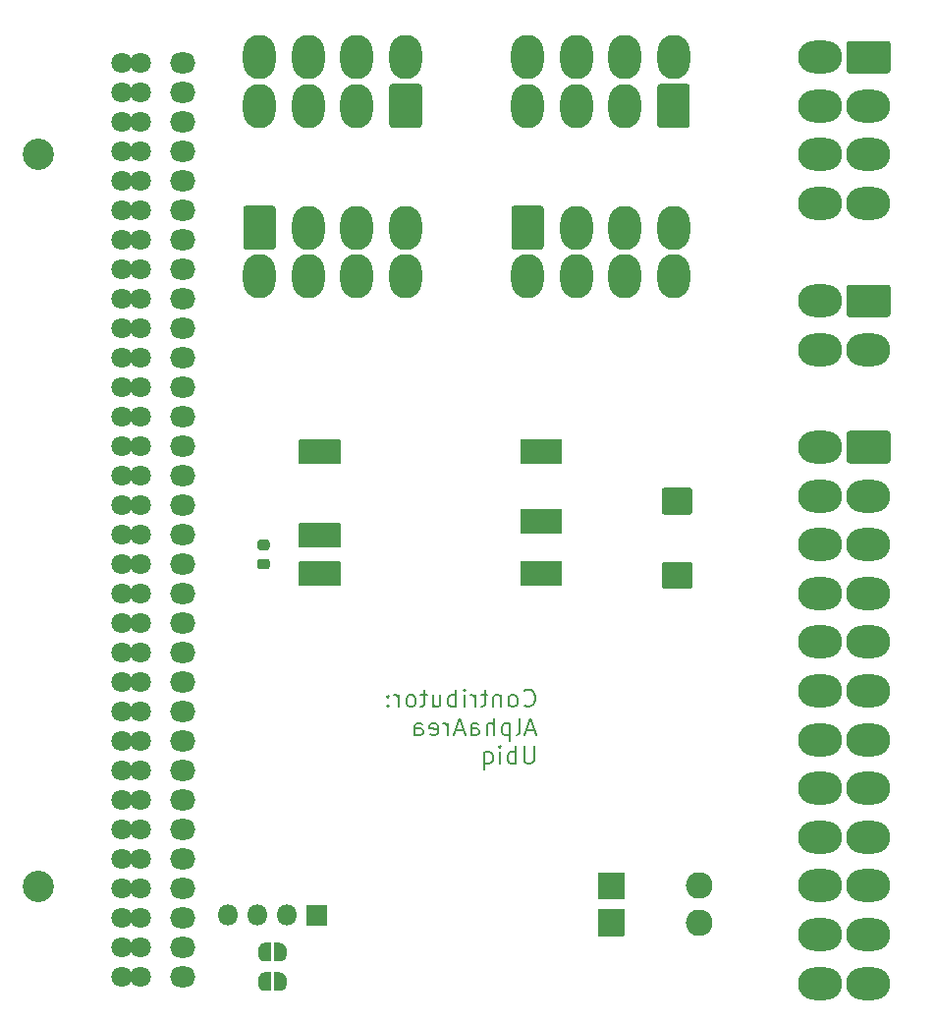
<source format=gbs>
%TF.GenerationSoftware,KiCad,Pcbnew,(5.1.9)-1*%
%TF.CreationDate,2021-05-19T11:39:12+08:00*%
%TF.ProjectId,KCORES CSPS to ATX Converter,4b434f52-4553-4204-9353-505320746f20,1.0*%
%TF.SameCoordinates,Original*%
%TF.FileFunction,Soldermask,Bot*%
%TF.FilePolarity,Negative*%
%FSLAX46Y46*%
G04 Gerber Fmt 4.6, Leading zero omitted, Abs format (unit mm)*
G04 Created by KiCad (PCBNEW (5.1.9)-1) date 2021-05-19 11:39:12*
%MOMM*%
%LPD*%
G01*
G04 APERTURE LIST*
%ADD10C,0.200000*%
%ADD11O,1.800000X1.800000*%
%ADD12O,2.180000X1.800000*%
%ADD13C,1.800000*%
%ADD14C,2.700000*%
%ADD15O,3.800000X2.800000*%
%ADD16O,2.800000X3.800000*%
%ADD17C,0.100000*%
%ADD18O,2.300000X2.300000*%
G04 APERTURE END LIST*
D10*
X142505714Y-135635714D02*
X142577142Y-135707142D01*
X142791428Y-135778571D01*
X142934285Y-135778571D01*
X143148571Y-135707142D01*
X143291428Y-135564285D01*
X143362857Y-135421428D01*
X143434285Y-135135714D01*
X143434285Y-134921428D01*
X143362857Y-134635714D01*
X143291428Y-134492857D01*
X143148571Y-134350000D01*
X142934285Y-134278571D01*
X142791428Y-134278571D01*
X142577142Y-134350000D01*
X142505714Y-134421428D01*
X141648571Y-135778571D02*
X141791428Y-135707142D01*
X141862857Y-135635714D01*
X141934285Y-135492857D01*
X141934285Y-135064285D01*
X141862857Y-134921428D01*
X141791428Y-134850000D01*
X141648571Y-134778571D01*
X141434285Y-134778571D01*
X141291428Y-134850000D01*
X141220000Y-134921428D01*
X141148571Y-135064285D01*
X141148571Y-135492857D01*
X141220000Y-135635714D01*
X141291428Y-135707142D01*
X141434285Y-135778571D01*
X141648571Y-135778571D01*
X140505714Y-134778571D02*
X140505714Y-135778571D01*
X140505714Y-134921428D02*
X140434285Y-134850000D01*
X140291428Y-134778571D01*
X140077142Y-134778571D01*
X139934285Y-134850000D01*
X139862857Y-134992857D01*
X139862857Y-135778571D01*
X139362857Y-134778571D02*
X138791428Y-134778571D01*
X139148571Y-134278571D02*
X139148571Y-135564285D01*
X139077142Y-135707142D01*
X138934285Y-135778571D01*
X138791428Y-135778571D01*
X138291428Y-135778571D02*
X138291428Y-134778571D01*
X138291428Y-135064285D02*
X138220000Y-134921428D01*
X138148571Y-134850000D01*
X138005714Y-134778571D01*
X137862857Y-134778571D01*
X137362857Y-135778571D02*
X137362857Y-134778571D01*
X137362857Y-134278571D02*
X137434285Y-134350000D01*
X137362857Y-134421428D01*
X137291428Y-134350000D01*
X137362857Y-134278571D01*
X137362857Y-134421428D01*
X136648571Y-135778571D02*
X136648571Y-134278571D01*
X136648571Y-134850000D02*
X136505714Y-134778571D01*
X136220000Y-134778571D01*
X136077142Y-134850000D01*
X136005714Y-134921428D01*
X135934285Y-135064285D01*
X135934285Y-135492857D01*
X136005714Y-135635714D01*
X136077142Y-135707142D01*
X136220000Y-135778571D01*
X136505714Y-135778571D01*
X136648571Y-135707142D01*
X134648571Y-134778571D02*
X134648571Y-135778571D01*
X135291428Y-134778571D02*
X135291428Y-135564285D01*
X135220000Y-135707142D01*
X135077142Y-135778571D01*
X134862857Y-135778571D01*
X134720000Y-135707142D01*
X134648571Y-135635714D01*
X134148571Y-134778571D02*
X133577142Y-134778571D01*
X133934285Y-134278571D02*
X133934285Y-135564285D01*
X133862857Y-135707142D01*
X133720000Y-135778571D01*
X133577142Y-135778571D01*
X132862857Y-135778571D02*
X133005714Y-135707142D01*
X133077142Y-135635714D01*
X133148571Y-135492857D01*
X133148571Y-135064285D01*
X133077142Y-134921428D01*
X133005714Y-134850000D01*
X132862857Y-134778571D01*
X132648571Y-134778571D01*
X132505714Y-134850000D01*
X132434285Y-134921428D01*
X132362857Y-135064285D01*
X132362857Y-135492857D01*
X132434285Y-135635714D01*
X132505714Y-135707142D01*
X132648571Y-135778571D01*
X132862857Y-135778571D01*
X131720000Y-135778571D02*
X131720000Y-134778571D01*
X131720000Y-135064285D02*
X131648571Y-134921428D01*
X131577142Y-134850000D01*
X131434285Y-134778571D01*
X131291428Y-134778571D01*
X130791428Y-135635714D02*
X130720000Y-135707142D01*
X130791428Y-135778571D01*
X130862857Y-135707142D01*
X130791428Y-135635714D01*
X130791428Y-135778571D01*
X130791428Y-134850000D02*
X130720000Y-134921428D01*
X130791428Y-134992857D01*
X130862857Y-134921428D01*
X130791428Y-134850000D01*
X130791428Y-134992857D01*
X143434285Y-137800000D02*
X142720000Y-137800000D01*
X143577142Y-138228571D02*
X143077142Y-136728571D01*
X142577142Y-138228571D01*
X141862857Y-138228571D02*
X142005714Y-138157142D01*
X142077142Y-138014285D01*
X142077142Y-136728571D01*
X141291428Y-137228571D02*
X141291428Y-138728571D01*
X141291428Y-137300000D02*
X141148571Y-137228571D01*
X140862857Y-137228571D01*
X140720000Y-137300000D01*
X140648571Y-137371428D01*
X140577142Y-137514285D01*
X140577142Y-137942857D01*
X140648571Y-138085714D01*
X140720000Y-138157142D01*
X140862857Y-138228571D01*
X141148571Y-138228571D01*
X141291428Y-138157142D01*
X139934285Y-138228571D02*
X139934285Y-136728571D01*
X139291428Y-138228571D02*
X139291428Y-137442857D01*
X139362857Y-137300000D01*
X139505714Y-137228571D01*
X139720000Y-137228571D01*
X139862857Y-137300000D01*
X139934285Y-137371428D01*
X137934285Y-138228571D02*
X137934285Y-137442857D01*
X138005714Y-137300000D01*
X138148571Y-137228571D01*
X138434285Y-137228571D01*
X138577142Y-137300000D01*
X137934285Y-138157142D02*
X138077142Y-138228571D01*
X138434285Y-138228571D01*
X138577142Y-138157142D01*
X138648571Y-138014285D01*
X138648571Y-137871428D01*
X138577142Y-137728571D01*
X138434285Y-137657142D01*
X138077142Y-137657142D01*
X137934285Y-137585714D01*
X137291428Y-137800000D02*
X136577142Y-137800000D01*
X137434285Y-138228571D02*
X136934285Y-136728571D01*
X136434285Y-138228571D01*
X135934285Y-138228571D02*
X135934285Y-137228571D01*
X135934285Y-137514285D02*
X135862857Y-137371428D01*
X135791428Y-137300000D01*
X135648571Y-137228571D01*
X135505714Y-137228571D01*
X134434285Y-138157142D02*
X134577142Y-138228571D01*
X134862857Y-138228571D01*
X135005714Y-138157142D01*
X135077142Y-138014285D01*
X135077142Y-137442857D01*
X135005714Y-137300000D01*
X134862857Y-137228571D01*
X134577142Y-137228571D01*
X134434285Y-137300000D01*
X134362857Y-137442857D01*
X134362857Y-137585714D01*
X135077142Y-137728571D01*
X133077142Y-138228571D02*
X133077142Y-137442857D01*
X133148571Y-137300000D01*
X133291428Y-137228571D01*
X133577142Y-137228571D01*
X133720000Y-137300000D01*
X133077142Y-138157142D02*
X133220000Y-138228571D01*
X133577142Y-138228571D01*
X133720000Y-138157142D01*
X133791428Y-138014285D01*
X133791428Y-137871428D01*
X133720000Y-137728571D01*
X133577142Y-137657142D01*
X133220000Y-137657142D01*
X133077142Y-137585714D01*
X143362857Y-139178571D02*
X143362857Y-140392857D01*
X143291428Y-140535714D01*
X143220000Y-140607142D01*
X143077142Y-140678571D01*
X142791428Y-140678571D01*
X142648571Y-140607142D01*
X142577142Y-140535714D01*
X142505714Y-140392857D01*
X142505714Y-139178571D01*
X141791428Y-140678571D02*
X141791428Y-139178571D01*
X141791428Y-139750000D02*
X141648571Y-139678571D01*
X141362857Y-139678571D01*
X141220000Y-139750000D01*
X141148571Y-139821428D01*
X141077142Y-139964285D01*
X141077142Y-140392857D01*
X141148571Y-140535714D01*
X141220000Y-140607142D01*
X141362857Y-140678571D01*
X141648571Y-140678571D01*
X141791428Y-140607142D01*
X140434285Y-140678571D02*
X140434285Y-139678571D01*
X140434285Y-139178571D02*
X140505714Y-139250000D01*
X140434285Y-139321428D01*
X140362857Y-139250000D01*
X140434285Y-139178571D01*
X140434285Y-139321428D01*
X139077142Y-139678571D02*
X139077142Y-141178571D01*
X139077142Y-140607142D02*
X139220000Y-140678571D01*
X139505714Y-140678571D01*
X139648571Y-140607142D01*
X139720000Y-140535714D01*
X139791428Y-140392857D01*
X139791428Y-139964285D01*
X139720000Y-139821428D01*
X139648571Y-139750000D01*
X139505714Y-139678571D01*
X139220000Y-139678571D01*
X139077142Y-139750000D01*
%TO.C,U2*%
G36*
G01*
X126630000Y-114850000D02*
X123130000Y-114850000D01*
G75*
G02*
X123080000Y-114800000I0J50000D01*
G01*
X123080000Y-112800000D01*
G75*
G02*
X123130000Y-112750000I50000J0D01*
G01*
X126630000Y-112750000D01*
G75*
G02*
X126680000Y-112800000I0J-50000D01*
G01*
X126680000Y-114800000D01*
G75*
G02*
X126630000Y-114850000I-50000J0D01*
G01*
G37*
G36*
G01*
X126630000Y-122050000D02*
X123130000Y-122050000D01*
G75*
G02*
X123080000Y-122000000I0J50000D01*
G01*
X123080000Y-120000000D01*
G75*
G02*
X123130000Y-119950000I50000J0D01*
G01*
X126630000Y-119950000D01*
G75*
G02*
X126680000Y-120000000I0J-50000D01*
G01*
X126680000Y-122000000D01*
G75*
G02*
X126630000Y-122050000I-50000J0D01*
G01*
G37*
G36*
G01*
X126630000Y-125350000D02*
X123130000Y-125350000D01*
G75*
G02*
X123080000Y-125300000I0J50000D01*
G01*
X123080000Y-123300000D01*
G75*
G02*
X123130000Y-123250000I50000J0D01*
G01*
X126630000Y-123250000D01*
G75*
G02*
X126680000Y-123300000I0J-50000D01*
G01*
X126680000Y-125300000D01*
G75*
G02*
X126630000Y-125350000I-50000J0D01*
G01*
G37*
G36*
G01*
X145720000Y-125330000D02*
X142220000Y-125330000D01*
G75*
G02*
X142170000Y-125280000I0J50000D01*
G01*
X142170000Y-123280000D01*
G75*
G02*
X142220000Y-123230000I50000J0D01*
G01*
X145720000Y-123230000D01*
G75*
G02*
X145770000Y-123280000I0J-50000D01*
G01*
X145770000Y-125280000D01*
G75*
G02*
X145720000Y-125330000I-50000J0D01*
G01*
G37*
G36*
G01*
X145720000Y-120830000D02*
X142220000Y-120830000D01*
G75*
G02*
X142170000Y-120780000I0J50000D01*
G01*
X142170000Y-118780000D01*
G75*
G02*
X142220000Y-118730000I50000J0D01*
G01*
X145720000Y-118730000D01*
G75*
G02*
X145770000Y-118780000I0J-50000D01*
G01*
X145770000Y-120780000D01*
G75*
G02*
X145720000Y-120830000I-50000J0D01*
G01*
G37*
G36*
G01*
X145720000Y-114830000D02*
X142220000Y-114830000D01*
G75*
G02*
X142170000Y-114780000I0J50000D01*
G01*
X142170000Y-112780000D01*
G75*
G02*
X142220000Y-112730000I50000J0D01*
G01*
X145720000Y-112730000D01*
G75*
G02*
X145770000Y-112780000I0J-50000D01*
G01*
X145770000Y-114780000D01*
G75*
G02*
X145720000Y-114830000I-50000J0D01*
G01*
G37*
%TD*%
%TO.C,R6*%
G36*
G01*
X120350000Y-122275000D02*
X119750000Y-122275000D01*
G75*
G02*
X119525000Y-122050000I0J225000D01*
G01*
X119525000Y-121600000D01*
G75*
G02*
X119750000Y-121375000I225000J0D01*
G01*
X120350000Y-121375000D01*
G75*
G02*
X120575000Y-121600000I0J-225000D01*
G01*
X120575000Y-122050000D01*
G75*
G02*
X120350000Y-122275000I-225000J0D01*
G01*
G37*
G36*
G01*
X120350000Y-123925000D02*
X119750000Y-123925000D01*
G75*
G02*
X119525000Y-123700000I0J225000D01*
G01*
X119525000Y-123250000D01*
G75*
G02*
X119750000Y-123025000I225000J0D01*
G01*
X120350000Y-123025000D01*
G75*
G02*
X120575000Y-123250000I0J-225000D01*
G01*
X120575000Y-123700000D01*
G75*
G02*
X120350000Y-123925000I-225000J0D01*
G01*
G37*
%TD*%
%TO.C,C2*%
G36*
G01*
X156763890Y-119225000D02*
X154636110Y-119225000D01*
G75*
G02*
X154375000Y-118963890I0J261110D01*
G01*
X154375000Y-117136110D01*
G75*
G02*
X154636110Y-116875000I261110J0D01*
G01*
X156763890Y-116875000D01*
G75*
G02*
X157025000Y-117136110I0J-261110D01*
G01*
X157025000Y-118963890D01*
G75*
G02*
X156763890Y-119225000I-261110J0D01*
G01*
G37*
G36*
G01*
X156763890Y-125625000D02*
X154636110Y-125625000D01*
G75*
G02*
X154375000Y-125363890I0J261110D01*
G01*
X154375000Y-123536110D01*
G75*
G02*
X154636110Y-123275000I261110J0D01*
G01*
X156763890Y-123275000D01*
G75*
G02*
X157025000Y-123536110I0J-261110D01*
G01*
X157025000Y-125363890D01*
G75*
G02*
X156763890Y-125625000I-261110J0D01*
G01*
G37*
%TD*%
D11*
%TO.C,J2*%
X117010000Y-153740000D03*
X119550000Y-153740000D03*
X122090000Y-153740000D03*
G36*
G01*
X123780000Y-152840000D02*
X125480000Y-152840000D01*
G75*
G02*
X125530000Y-152890000I0J-50000D01*
G01*
X125530000Y-154590000D01*
G75*
G02*
X125480000Y-154640000I-50000J0D01*
G01*
X123780000Y-154640000D01*
G75*
G02*
X123730000Y-154590000I0J50000D01*
G01*
X123730000Y-152890000D01*
G75*
G02*
X123780000Y-152840000I50000J0D01*
G01*
G37*
%TD*%
D12*
%TO.C,J1*%
X113070000Y-80330000D03*
X113070000Y-82870000D03*
X113070000Y-85410000D03*
X113070000Y-87950000D03*
X113070000Y-90490000D03*
X113070000Y-93030000D03*
X113070000Y-95570000D03*
X113070000Y-98110000D03*
X113070000Y-100650000D03*
X113070000Y-103190000D03*
X113070000Y-105730000D03*
X113070000Y-108270000D03*
X113070000Y-110810000D03*
X113070000Y-113350000D03*
X113070000Y-115890000D03*
X113070000Y-118430000D03*
X113070000Y-120970000D03*
X113070000Y-123510000D03*
X113070000Y-126050000D03*
X113070000Y-128590000D03*
X113070000Y-131130000D03*
X113070000Y-133670000D03*
X113070000Y-136210000D03*
X113070000Y-138750000D03*
X113070000Y-141290000D03*
X113070000Y-143830000D03*
X113070000Y-146370000D03*
X113070000Y-148910000D03*
X113070000Y-151450000D03*
X113070000Y-153990000D03*
X113070000Y-156530000D03*
X113070000Y-159070000D03*
D13*
X107800000Y-159070000D03*
X107800000Y-156530000D03*
X107800000Y-153990000D03*
X107800000Y-151450000D03*
X107800000Y-148910000D03*
X107800000Y-146370000D03*
X107800000Y-143830000D03*
X107800000Y-141290000D03*
X107800000Y-138750000D03*
X107800000Y-136210000D03*
X107800000Y-133670000D03*
X107800000Y-131130000D03*
X107800000Y-128590000D03*
X107800000Y-126050000D03*
X107800000Y-123510000D03*
X107800000Y-120970000D03*
X107800000Y-118430000D03*
X107800000Y-115890000D03*
X107800000Y-113350000D03*
X107800000Y-110810000D03*
X107800000Y-108270000D03*
X107800000Y-105730000D03*
X107800000Y-103190000D03*
X107800000Y-100650000D03*
X107800000Y-98110000D03*
X107800000Y-95570000D03*
X107800000Y-93030000D03*
X107800000Y-90490000D03*
X107800000Y-87950000D03*
X107800000Y-85410000D03*
X107800000Y-82870000D03*
X109450000Y-159070000D03*
X109450000Y-156530000D03*
X109450000Y-153990000D03*
X109450000Y-151450000D03*
X109450000Y-148910000D03*
X109450000Y-146370000D03*
X109450000Y-143830000D03*
X109450000Y-141290000D03*
X109450000Y-138750000D03*
X109450000Y-136210000D03*
X109450000Y-133670000D03*
X109450000Y-131130000D03*
X109450000Y-128590000D03*
X109450000Y-126050000D03*
X109450000Y-123510000D03*
X109450000Y-120970000D03*
X109450000Y-118430000D03*
X109450000Y-115890000D03*
X109450000Y-113350000D03*
X109450000Y-110810000D03*
X109450000Y-108270000D03*
X109450000Y-105730000D03*
X109450000Y-103190000D03*
X109450000Y-100650000D03*
X109450000Y-98110000D03*
X109450000Y-95570000D03*
X109450000Y-93030000D03*
X109450000Y-90490000D03*
X109450000Y-87950000D03*
X109450000Y-85410000D03*
X109450000Y-82870000D03*
D14*
X100600000Y-151220000D03*
X100600000Y-88180000D03*
D13*
X107800000Y-80330000D03*
X109450000Y-80330000D03*
%TD*%
D15*
%TO.C,J7*%
X168000000Y-92400000D03*
X168000000Y-88200000D03*
X168000000Y-84000000D03*
X168000000Y-79800000D03*
X172200000Y-92400000D03*
X172200000Y-88200000D03*
G36*
G01*
X170560400Y-78400000D02*
X173839600Y-78400000D01*
G75*
G02*
X174100000Y-78660400I0J-260400D01*
G01*
X174100000Y-80939600D01*
G75*
G02*
X173839600Y-81200000I-260400J0D01*
G01*
X170560400Y-81200000D01*
G75*
G02*
X170300000Y-80939600I0J260400D01*
G01*
X170300000Y-78660400D01*
G75*
G02*
X170560400Y-78400000I260400J0D01*
G01*
G37*
X172200000Y-84000000D03*
%TD*%
D16*
%TO.C,J6*%
X155400000Y-98700000D03*
X151200000Y-98700000D03*
X147000000Y-98700000D03*
X142800000Y-98700000D03*
X155400000Y-94500000D03*
X151200000Y-94500000D03*
G36*
G01*
X141400000Y-96139600D02*
X141400000Y-92860400D01*
G75*
G02*
X141660400Y-92600000I260400J0D01*
G01*
X143939600Y-92600000D01*
G75*
G02*
X144200000Y-92860400I0J-260400D01*
G01*
X144200000Y-96139600D01*
G75*
G02*
X143939600Y-96400000I-260400J0D01*
G01*
X141660400Y-96400000D01*
G75*
G02*
X141400000Y-96139600I0J260400D01*
G01*
G37*
X147000000Y-94500000D03*
%TD*%
%TO.C,J5*%
X142800000Y-79800000D03*
X147000000Y-79800000D03*
X151200000Y-79800000D03*
X155400000Y-79800000D03*
X142800000Y-84000000D03*
X147000000Y-84000000D03*
G36*
G01*
X156800000Y-82360400D02*
X156800000Y-85639600D01*
G75*
G02*
X156539600Y-85900000I-260400J0D01*
G01*
X154260400Y-85900000D01*
G75*
G02*
X154000000Y-85639600I0J260400D01*
G01*
X154000000Y-82360400D01*
G75*
G02*
X154260400Y-82100000I260400J0D01*
G01*
X156539600Y-82100000D01*
G75*
G02*
X156800000Y-82360400I0J-260400D01*
G01*
G37*
X151200000Y-84000000D03*
%TD*%
%TO.C,J4*%
X132300000Y-98700000D03*
X128100000Y-98700000D03*
X123900000Y-98700000D03*
X119700000Y-98700000D03*
X132300000Y-94500000D03*
X128100000Y-94500000D03*
G36*
G01*
X118300000Y-96139600D02*
X118300000Y-92860400D01*
G75*
G02*
X118560400Y-92600000I260400J0D01*
G01*
X120839600Y-92600000D01*
G75*
G02*
X121100000Y-92860400I0J-260400D01*
G01*
X121100000Y-96139600D01*
G75*
G02*
X120839600Y-96400000I-260400J0D01*
G01*
X118560400Y-96400000D01*
G75*
G02*
X118300000Y-96139600I0J260400D01*
G01*
G37*
X123900000Y-94500000D03*
%TD*%
%TO.C,J3*%
X119700000Y-79800000D03*
X123900000Y-79800000D03*
X128100000Y-79800000D03*
X132300000Y-79800000D03*
X119700000Y-84000000D03*
X123900000Y-84000000D03*
G36*
G01*
X133700000Y-82360400D02*
X133700000Y-85639600D01*
G75*
G02*
X133439600Y-85900000I-260400J0D01*
G01*
X131160400Y-85900000D01*
G75*
G02*
X130900000Y-85639600I0J260400D01*
G01*
X130900000Y-82360400D01*
G75*
G02*
X131160400Y-82100000I260400J0D01*
G01*
X133439600Y-82100000D01*
G75*
G02*
X133700000Y-82360400I0J-260400D01*
G01*
G37*
X128100000Y-84000000D03*
%TD*%
D15*
%TO.C,J9*%
X168000000Y-159600000D03*
X168000000Y-155400000D03*
X168000000Y-151200000D03*
X168000000Y-147000000D03*
X168000000Y-142800000D03*
X168000000Y-138600000D03*
X168000000Y-134400000D03*
X168000000Y-130200000D03*
X168000000Y-126000000D03*
X168000000Y-121800000D03*
X168000000Y-117600000D03*
X168000000Y-113400000D03*
X172200000Y-159600000D03*
X172200000Y-155400000D03*
X172200000Y-151200000D03*
X172200000Y-147000000D03*
X172200000Y-142800000D03*
X172200000Y-138600000D03*
X172200000Y-134400000D03*
X172200000Y-130200000D03*
X172200000Y-126000000D03*
X172200000Y-121800000D03*
G36*
G01*
X170560400Y-112000000D02*
X173839600Y-112000000D01*
G75*
G02*
X174100000Y-112260400I0J-260400D01*
G01*
X174100000Y-114539600D01*
G75*
G02*
X173839600Y-114800000I-260400J0D01*
G01*
X170560400Y-114800000D01*
G75*
G02*
X170300000Y-114539600I0J260400D01*
G01*
X170300000Y-112260400D01*
G75*
G02*
X170560400Y-112000000I260400J0D01*
G01*
G37*
X172200000Y-117600000D03*
%TD*%
%TO.C,J8*%
G36*
G01*
X170560400Y-99400000D02*
X173839600Y-99400000D01*
G75*
G02*
X174100000Y-99660400I0J-260400D01*
G01*
X174100000Y-101939600D01*
G75*
G02*
X173839600Y-102200000I-260400J0D01*
G01*
X170560400Y-102200000D01*
G75*
G02*
X170300000Y-101939600I0J260400D01*
G01*
X170300000Y-99660400D01*
G75*
G02*
X170560400Y-99400000I260400J0D01*
G01*
G37*
X172200000Y-105000000D03*
X168000000Y-100800000D03*
X168000000Y-105000000D03*
%TD*%
D17*
%TO.C,JP2*%
G36*
X121476111Y-158655602D02*
G01*
X121494534Y-158655602D01*
X121499435Y-158655843D01*
X121548266Y-158660653D01*
X121553119Y-158661373D01*
X121601244Y-158670945D01*
X121606005Y-158672137D01*
X121652960Y-158686381D01*
X121657579Y-158688034D01*
X121702912Y-158706811D01*
X121707349Y-158708909D01*
X121750622Y-158732040D01*
X121754829Y-158734562D01*
X121795628Y-158761822D01*
X121799570Y-158764746D01*
X121837499Y-158795874D01*
X121841134Y-158799169D01*
X121875831Y-158833866D01*
X121879126Y-158837501D01*
X121910254Y-158875430D01*
X121913178Y-158879372D01*
X121940438Y-158920171D01*
X121942960Y-158924378D01*
X121966091Y-158967651D01*
X121968189Y-158972088D01*
X121986966Y-159017421D01*
X121988619Y-159022040D01*
X122002863Y-159068995D01*
X122004055Y-159073756D01*
X122013627Y-159121881D01*
X122014347Y-159126734D01*
X122019157Y-159175565D01*
X122019398Y-159180466D01*
X122019398Y-159198889D01*
X122020000Y-159205000D01*
X122020000Y-159705000D01*
X122019398Y-159711111D01*
X122019398Y-159729534D01*
X122019157Y-159734435D01*
X122014347Y-159783266D01*
X122013627Y-159788119D01*
X122004055Y-159836244D01*
X122002863Y-159841005D01*
X121988619Y-159887960D01*
X121986966Y-159892579D01*
X121968189Y-159937912D01*
X121966091Y-159942349D01*
X121942960Y-159985622D01*
X121940438Y-159989829D01*
X121913178Y-160030628D01*
X121910254Y-160034570D01*
X121879126Y-160072499D01*
X121875831Y-160076134D01*
X121841134Y-160110831D01*
X121837499Y-160114126D01*
X121799570Y-160145254D01*
X121795628Y-160148178D01*
X121754829Y-160175438D01*
X121750622Y-160177960D01*
X121707349Y-160201091D01*
X121702912Y-160203189D01*
X121657579Y-160221966D01*
X121652960Y-160223619D01*
X121606005Y-160237863D01*
X121601244Y-160239055D01*
X121553119Y-160248627D01*
X121548266Y-160249347D01*
X121499435Y-160254157D01*
X121494534Y-160254398D01*
X121476111Y-160254398D01*
X121470000Y-160255000D01*
X120970000Y-160255000D01*
X120960245Y-160254039D01*
X120950866Y-160251194D01*
X120942221Y-160246573D01*
X120934645Y-160240355D01*
X120928427Y-160232779D01*
X120923806Y-160224134D01*
X120920961Y-160214755D01*
X120920000Y-160205000D01*
X120920000Y-158705000D01*
X120920961Y-158695245D01*
X120923806Y-158685866D01*
X120928427Y-158677221D01*
X120934645Y-158669645D01*
X120942221Y-158663427D01*
X120950866Y-158658806D01*
X120960245Y-158655961D01*
X120970000Y-158655000D01*
X121470000Y-158655000D01*
X121476111Y-158655602D01*
G37*
G36*
X120679755Y-158655961D02*
G01*
X120689134Y-158658806D01*
X120697779Y-158663427D01*
X120705355Y-158669645D01*
X120711573Y-158677221D01*
X120716194Y-158685866D01*
X120719039Y-158695245D01*
X120720000Y-158705000D01*
X120720000Y-160205000D01*
X120719039Y-160214755D01*
X120716194Y-160224134D01*
X120711573Y-160232779D01*
X120705355Y-160240355D01*
X120697779Y-160246573D01*
X120689134Y-160251194D01*
X120679755Y-160254039D01*
X120670000Y-160255000D01*
X120170000Y-160255000D01*
X120163889Y-160254398D01*
X120145466Y-160254398D01*
X120140565Y-160254157D01*
X120091734Y-160249347D01*
X120086881Y-160248627D01*
X120038756Y-160239055D01*
X120033995Y-160237863D01*
X119987040Y-160223619D01*
X119982421Y-160221966D01*
X119937088Y-160203189D01*
X119932651Y-160201091D01*
X119889378Y-160177960D01*
X119885171Y-160175438D01*
X119844372Y-160148178D01*
X119840430Y-160145254D01*
X119802501Y-160114126D01*
X119798866Y-160110831D01*
X119764169Y-160076134D01*
X119760874Y-160072499D01*
X119729746Y-160034570D01*
X119726822Y-160030628D01*
X119699562Y-159989829D01*
X119697040Y-159985622D01*
X119673909Y-159942349D01*
X119671811Y-159937912D01*
X119653034Y-159892579D01*
X119651381Y-159887960D01*
X119637137Y-159841005D01*
X119635945Y-159836244D01*
X119626373Y-159788119D01*
X119625653Y-159783266D01*
X119620843Y-159734435D01*
X119620602Y-159729534D01*
X119620602Y-159711111D01*
X119620000Y-159705000D01*
X119620000Y-159205000D01*
X119620602Y-159198889D01*
X119620602Y-159180466D01*
X119620843Y-159175565D01*
X119625653Y-159126734D01*
X119626373Y-159121881D01*
X119635945Y-159073756D01*
X119637137Y-159068995D01*
X119651381Y-159022040D01*
X119653034Y-159017421D01*
X119671811Y-158972088D01*
X119673909Y-158967651D01*
X119697040Y-158924378D01*
X119699562Y-158920171D01*
X119726822Y-158879372D01*
X119729746Y-158875430D01*
X119760874Y-158837501D01*
X119764169Y-158833866D01*
X119798866Y-158799169D01*
X119802501Y-158795874D01*
X119840430Y-158764746D01*
X119844372Y-158761822D01*
X119885171Y-158734562D01*
X119889378Y-158732040D01*
X119932651Y-158708909D01*
X119937088Y-158706811D01*
X119982421Y-158688034D01*
X119987040Y-158686381D01*
X120033995Y-158672137D01*
X120038756Y-158670945D01*
X120086881Y-158661373D01*
X120091734Y-158660653D01*
X120140565Y-158655843D01*
X120145466Y-158655602D01*
X120163889Y-158655602D01*
X120170000Y-158655000D01*
X120670000Y-158655000D01*
X120679755Y-158655961D01*
G37*
%TD*%
%TO.C,JP1*%
G36*
X120679755Y-156115961D02*
G01*
X120689134Y-156118806D01*
X120697779Y-156123427D01*
X120705355Y-156129645D01*
X120711573Y-156137221D01*
X120716194Y-156145866D01*
X120719039Y-156155245D01*
X120720000Y-156165000D01*
X120720000Y-157665000D01*
X120719039Y-157674755D01*
X120716194Y-157684134D01*
X120711573Y-157692779D01*
X120705355Y-157700355D01*
X120697779Y-157706573D01*
X120689134Y-157711194D01*
X120679755Y-157714039D01*
X120670000Y-157715000D01*
X120170000Y-157715000D01*
X120163889Y-157714398D01*
X120145466Y-157714398D01*
X120140565Y-157714157D01*
X120091734Y-157709347D01*
X120086881Y-157708627D01*
X120038756Y-157699055D01*
X120033995Y-157697863D01*
X119987040Y-157683619D01*
X119982421Y-157681966D01*
X119937088Y-157663189D01*
X119932651Y-157661091D01*
X119889378Y-157637960D01*
X119885171Y-157635438D01*
X119844372Y-157608178D01*
X119840430Y-157605254D01*
X119802501Y-157574126D01*
X119798866Y-157570831D01*
X119764169Y-157536134D01*
X119760874Y-157532499D01*
X119729746Y-157494570D01*
X119726822Y-157490628D01*
X119699562Y-157449829D01*
X119697040Y-157445622D01*
X119673909Y-157402349D01*
X119671811Y-157397912D01*
X119653034Y-157352579D01*
X119651381Y-157347960D01*
X119637137Y-157301005D01*
X119635945Y-157296244D01*
X119626373Y-157248119D01*
X119625653Y-157243266D01*
X119620843Y-157194435D01*
X119620602Y-157189534D01*
X119620602Y-157171111D01*
X119620000Y-157165000D01*
X119620000Y-156665000D01*
X119620602Y-156658889D01*
X119620602Y-156640466D01*
X119620843Y-156635565D01*
X119625653Y-156586734D01*
X119626373Y-156581881D01*
X119635945Y-156533756D01*
X119637137Y-156528995D01*
X119651381Y-156482040D01*
X119653034Y-156477421D01*
X119671811Y-156432088D01*
X119673909Y-156427651D01*
X119697040Y-156384378D01*
X119699562Y-156380171D01*
X119726822Y-156339372D01*
X119729746Y-156335430D01*
X119760874Y-156297501D01*
X119764169Y-156293866D01*
X119798866Y-156259169D01*
X119802501Y-156255874D01*
X119840430Y-156224746D01*
X119844372Y-156221822D01*
X119885171Y-156194562D01*
X119889378Y-156192040D01*
X119932651Y-156168909D01*
X119937088Y-156166811D01*
X119982421Y-156148034D01*
X119987040Y-156146381D01*
X120033995Y-156132137D01*
X120038756Y-156130945D01*
X120086881Y-156121373D01*
X120091734Y-156120653D01*
X120140565Y-156115843D01*
X120145466Y-156115602D01*
X120163889Y-156115602D01*
X120170000Y-156115000D01*
X120670000Y-156115000D01*
X120679755Y-156115961D01*
G37*
G36*
X121476111Y-156115602D02*
G01*
X121494534Y-156115602D01*
X121499435Y-156115843D01*
X121548266Y-156120653D01*
X121553119Y-156121373D01*
X121601244Y-156130945D01*
X121606005Y-156132137D01*
X121652960Y-156146381D01*
X121657579Y-156148034D01*
X121702912Y-156166811D01*
X121707349Y-156168909D01*
X121750622Y-156192040D01*
X121754829Y-156194562D01*
X121795628Y-156221822D01*
X121799570Y-156224746D01*
X121837499Y-156255874D01*
X121841134Y-156259169D01*
X121875831Y-156293866D01*
X121879126Y-156297501D01*
X121910254Y-156335430D01*
X121913178Y-156339372D01*
X121940438Y-156380171D01*
X121942960Y-156384378D01*
X121966091Y-156427651D01*
X121968189Y-156432088D01*
X121986966Y-156477421D01*
X121988619Y-156482040D01*
X122002863Y-156528995D01*
X122004055Y-156533756D01*
X122013627Y-156581881D01*
X122014347Y-156586734D01*
X122019157Y-156635565D01*
X122019398Y-156640466D01*
X122019398Y-156658889D01*
X122020000Y-156665000D01*
X122020000Y-157165000D01*
X122019398Y-157171111D01*
X122019398Y-157189534D01*
X122019157Y-157194435D01*
X122014347Y-157243266D01*
X122013627Y-157248119D01*
X122004055Y-157296244D01*
X122002863Y-157301005D01*
X121988619Y-157347960D01*
X121986966Y-157352579D01*
X121968189Y-157397912D01*
X121966091Y-157402349D01*
X121942960Y-157445622D01*
X121940438Y-157449829D01*
X121913178Y-157490628D01*
X121910254Y-157494570D01*
X121879126Y-157532499D01*
X121875831Y-157536134D01*
X121841134Y-157570831D01*
X121837499Y-157574126D01*
X121799570Y-157605254D01*
X121795628Y-157608178D01*
X121754829Y-157635438D01*
X121750622Y-157637960D01*
X121707349Y-157661091D01*
X121702912Y-157663189D01*
X121657579Y-157681966D01*
X121652960Y-157683619D01*
X121606005Y-157697863D01*
X121601244Y-157699055D01*
X121553119Y-157708627D01*
X121548266Y-157709347D01*
X121499435Y-157714157D01*
X121494534Y-157714398D01*
X121476111Y-157714398D01*
X121470000Y-157715000D01*
X120970000Y-157715000D01*
X120960245Y-157714039D01*
X120950866Y-157711194D01*
X120942221Y-157706573D01*
X120934645Y-157700355D01*
X120928427Y-157692779D01*
X120923806Y-157684134D01*
X120920961Y-157674755D01*
X120920000Y-157665000D01*
X120920000Y-156165000D01*
X120920961Y-156155245D01*
X120923806Y-156145866D01*
X120928427Y-156137221D01*
X120934645Y-156129645D01*
X120942221Y-156123427D01*
X120950866Y-156118806D01*
X120960245Y-156115961D01*
X120970000Y-156115000D01*
X121470000Y-156115000D01*
X121476111Y-156115602D01*
G37*
%TD*%
D18*
%TO.C,D2*%
X157650000Y-154375000D03*
G36*
G01*
X148880000Y-155475000D02*
X148880000Y-153275000D01*
G75*
G02*
X148930000Y-153225000I50000J0D01*
G01*
X151130000Y-153225000D01*
G75*
G02*
X151180000Y-153275000I0J-50000D01*
G01*
X151180000Y-155475000D01*
G75*
G02*
X151130000Y-155525000I-50000J0D01*
G01*
X148930000Y-155525000D01*
G75*
G02*
X148880000Y-155475000I0J50000D01*
G01*
G37*
%TD*%
%TO.C,D1*%
X157650000Y-151200000D03*
G36*
G01*
X148880000Y-152300000D02*
X148880000Y-150100000D01*
G75*
G02*
X148930000Y-150050000I50000J0D01*
G01*
X151130000Y-150050000D01*
G75*
G02*
X151180000Y-150100000I0J-50000D01*
G01*
X151180000Y-152300000D01*
G75*
G02*
X151130000Y-152350000I-50000J0D01*
G01*
X148930000Y-152350000D01*
G75*
G02*
X148880000Y-152300000I0J50000D01*
G01*
G37*
%TD*%
M02*

</source>
